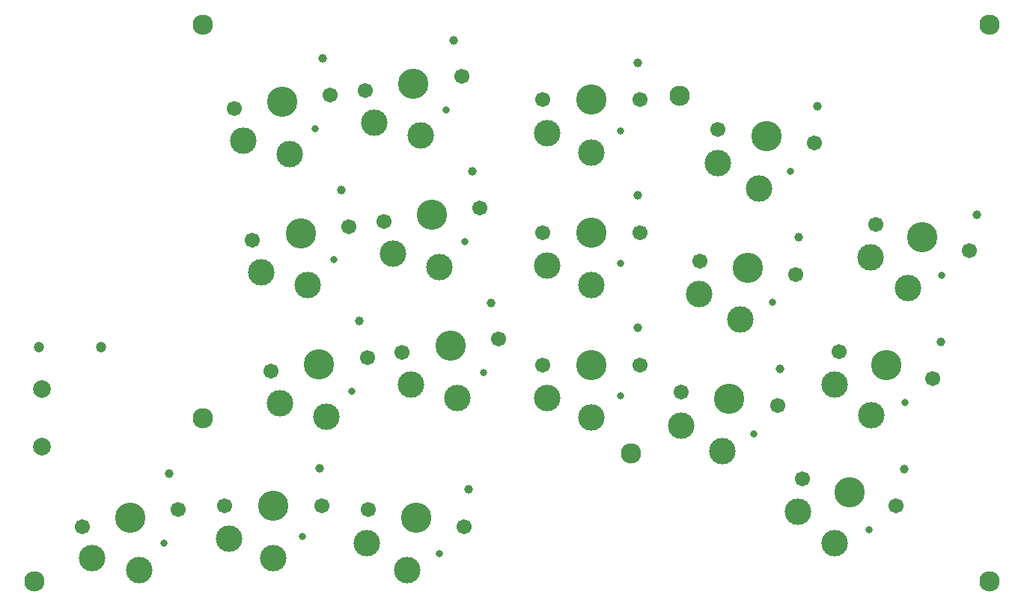
<source format=gbr>
G04 #@! TF.GenerationSoftware,KiCad,Pcbnew,(5.1.9)-1*
G04 #@! TF.CreationDate,2021-03-06T20:59:53-05:00*
G04 #@! TF.ProjectId,ya36,79613336-2e6b-4696-9361-645f70636258,rev?*
G04 #@! TF.SameCoordinates,Original*
G04 #@! TF.FileFunction,Soldermask,Top*
G04 #@! TF.FilePolarity,Negative*
%FSLAX46Y46*%
G04 Gerber Fmt 4.6, Leading zero omitted, Abs format (unit mm)*
G04 Created by KiCad (PCBNEW (5.1.9)-1) date 2021-03-06 20:59:53*
%MOMM*%
%LPD*%
G01*
G04 APERTURE LIST*
%ADD10C,0.990600*%
%ADD11C,3.000000*%
%ADD12C,3.429000*%
%ADD13C,1.701800*%
%ADD14C,0.800000*%
%ADD15C,2.000000*%
%ADD16C,2.300000*%
%ADD17C,1.200000*%
G04 APERTURE END LIST*
D10*
X189672246Y-70701987D03*
D11*
X185915654Y-81479691D03*
D12*
X185087574Y-75587596D03*
D11*
X180658133Y-79996967D03*
D13*
X190534048Y-74822144D03*
X179641100Y-76353048D03*
D14*
X188817808Y-78597742D03*
D10*
X223220000Y-71300000D03*
D11*
X218000000Y-81450000D03*
D12*
X218000000Y-75500000D03*
D11*
X213000000Y-79250000D03*
D13*
X223500000Y-75500000D03*
X212500000Y-75500000D03*
D14*
X221275000Y-79000000D03*
D10*
X239339841Y-90921379D03*
D11*
X232758035Y-100246116D03*
D12*
X233586115Y-94354021D03*
D11*
X228112876Y-97371661D03*
D13*
X239032589Y-95119473D03*
X228139641Y-93588569D03*
D14*
X236342137Y-98275751D03*
D10*
X243515034Y-61213337D03*
D11*
X236933228Y-70538074D03*
D12*
X237761308Y-64645979D03*
D11*
X232288069Y-67663619D03*
D13*
X243207782Y-65411431D03*
X232314834Y-63880527D03*
D14*
X240517330Y-68567709D03*
D10*
X257481124Y-87901527D03*
D11*
X249665619Y-96219506D03*
D12*
X251305661Y-90499999D03*
D11*
X245465712Y-92726544D03*
D13*
X256592600Y-92016004D03*
X246018722Y-88983994D03*
D14*
X253489062Y-94767127D03*
D10*
X202438671Y-53760370D03*
D11*
X198682079Y-64538074D03*
D12*
X197853999Y-58645979D03*
D11*
X193424558Y-63055350D03*
D13*
X203300473Y-57880527D03*
X192407525Y-59411431D03*
D14*
X201584233Y-61656125D03*
D10*
X187584650Y-55847967D03*
D11*
X183828058Y-66625671D03*
D12*
X182999978Y-60733576D03*
D11*
X178570537Y-65142947D03*
D13*
X188446452Y-59968124D03*
X177553504Y-61499028D03*
D14*
X186730212Y-63743722D03*
D10*
X241427438Y-76067357D03*
D11*
X234845632Y-85392094D03*
D12*
X235673712Y-79499999D03*
D11*
X230200473Y-82517639D03*
D13*
X241120186Y-80265451D03*
X230227238Y-78734547D03*
D14*
X238429734Y-83421729D03*
D10*
X261615685Y-73482602D03*
D11*
X253800180Y-81800581D03*
D12*
X255440222Y-76081074D03*
D11*
X249600273Y-78307619D03*
D13*
X260727161Y-77597079D03*
X250153283Y-74565069D03*
D14*
X257623623Y-80348202D03*
D10*
X204526267Y-68614392D03*
D11*
X200769675Y-79392096D03*
D12*
X199941595Y-73500001D03*
D11*
X195512154Y-77909372D03*
D13*
X205388069Y-72734549D03*
X194495121Y-74265453D03*
D14*
X203671829Y-76510147D03*
D10*
X253346564Y-102320453D03*
D11*
X245531059Y-110638432D03*
D12*
X247171101Y-104918925D03*
D11*
X241331152Y-107145470D03*
D13*
X252458040Y-106434930D03*
X241884162Y-103402920D03*
D14*
X249354502Y-109186053D03*
D10*
X170222955Y-102786093D03*
D11*
X166844788Y-113688335D03*
D12*
X165811581Y-107828729D03*
D11*
X161538723Y-112389999D03*
D13*
X171228024Y-106873664D03*
X160395138Y-108783794D03*
D14*
X169644595Y-110706858D03*
D10*
X191759843Y-85556008D03*
D11*
X188003251Y-96333712D03*
D12*
X187175171Y-90441617D03*
D11*
X182745730Y-94850988D03*
D13*
X192621645Y-89676165D03*
X181728697Y-91207069D03*
D14*
X190905405Y-93451763D03*
D10*
X187220000Y-102212426D03*
D11*
X182000000Y-112362426D03*
D12*
X182000000Y-106412426D03*
D11*
X177000000Y-110162426D03*
D13*
X187500000Y-106412426D03*
X176500000Y-106412426D03*
D14*
X185275000Y-109912426D03*
D10*
X206613864Y-83468412D03*
D11*
X202857272Y-94246116D03*
D12*
X202029192Y-88354021D03*
D11*
X197599751Y-92763392D03*
D13*
X207475666Y-87588569D03*
X196582718Y-89119473D03*
D14*
X205759426Y-91364167D03*
D10*
X223220000Y-86300000D03*
D11*
X218000000Y-96450000D03*
D12*
X218000000Y-90500000D03*
D11*
X213000000Y-94250000D03*
D13*
X223500000Y-90500000D03*
X212500000Y-90500000D03*
D14*
X221275000Y-94000000D03*
D10*
X204058439Y-104598980D03*
D11*
X197155213Y-113688335D03*
D12*
X198188420Y-107828729D03*
D11*
X192613201Y-110653517D03*
D13*
X203604863Y-108783794D03*
X192771977Y-106873664D03*
D14*
X200805897Y-111844254D03*
D15*
X155850000Y-93250000D03*
X155850000Y-99750000D03*
D16*
X263000000Y-115000000D03*
X228000000Y-60000000D03*
X222500000Y-100500000D03*
X263000000Y-52000000D03*
X174000000Y-96500000D03*
D10*
X223220000Y-56300000D03*
D11*
X218000000Y-66450000D03*
D12*
X218000000Y-60500000D03*
D11*
X213000000Y-64250000D03*
D13*
X223500000Y-60500000D03*
X212500000Y-60500000D03*
D14*
X221275000Y-64000000D03*
D16*
X155000000Y-115000000D03*
X174000000Y-52000000D03*
D17*
X162500000Y-88500000D03*
X155500000Y-88500000D03*
M02*

</source>
